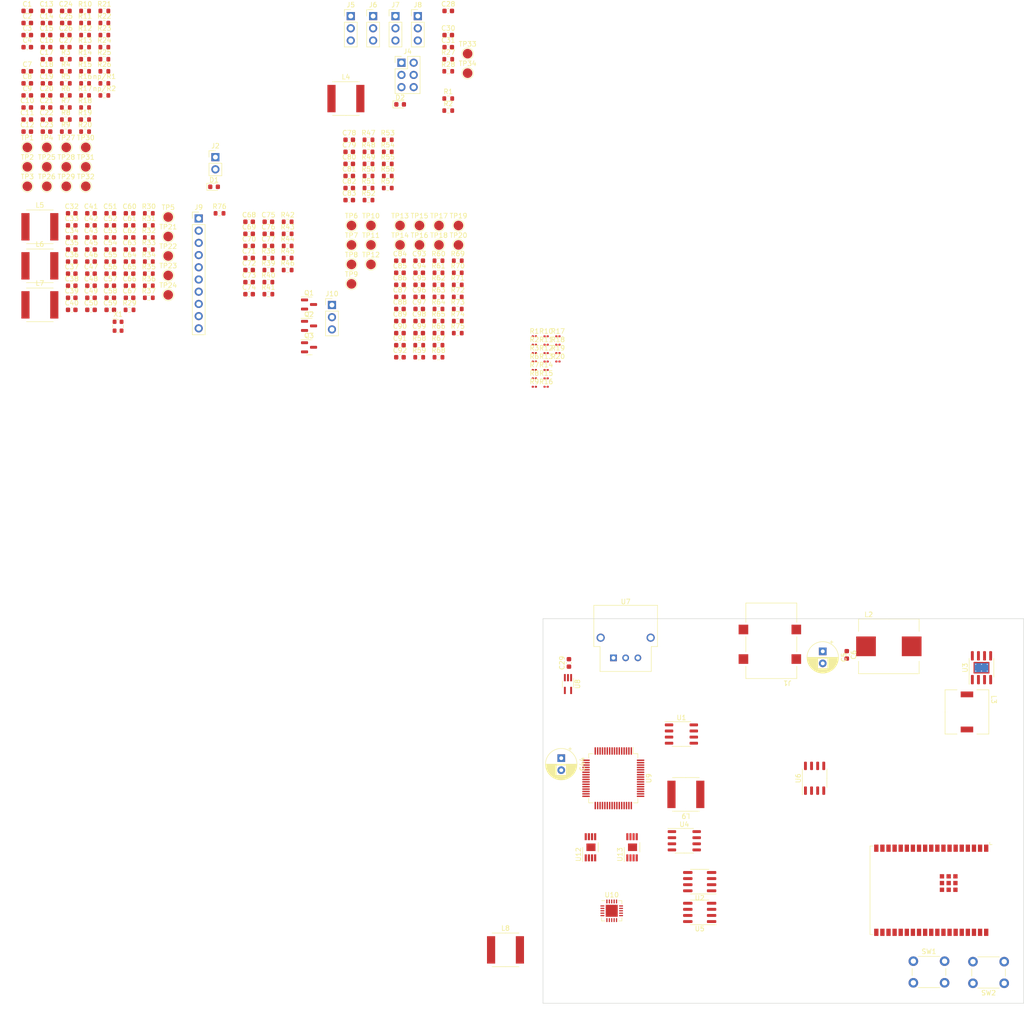
<source format=kicad_pcb>
(kicad_pcb (version 20221018) (generator pcbnew)
  (layers (0 "F.Cu" signal) (1 "In1.Cu" signal) (2 "In2.Cu" signal) (31 "B.Cu" signal) (34 "B.Paste" user) (35 "F.Paste" user) (36 "B.SilkS" user "B.Silkscreen") (37 "F.SilkS" user "F.Silkscreen") (38 "B.Mask" user) (39 "F.Mask" user) (44 "Edge.Cuts" user))
  (net 0 "")
  (net 1 "+5V5")
  (net 2 "Net-(U12-EN)")
  (net 3 "Net-(U2-EN)")
  (net 4 "+12VA")
  (net 5 "Net-(U9-ADJ{slash}sense)")
  (net 6 "+5V")
  (net 7 "Net-(U12-ADJ{slash}sense)")
  (net 8 "GND")
  (net 9 "+3V3")
  (net 10 "Net-(U2-ADJ{slash}sense)")
  (net 11 "Net-(U8-EN)")
  (net 12 "+12V")
  (net 13 "Net-(U9-EN)")
  (net 14 "Net-(U4-VIN)")
  (net 15 "Net-(U4-EN)")
  (net 16 "Net-(U4-RLIM)")
  (net 17 "Net-(U4-COMP)")
  (net 18 "Net-(C17-Pad1)")
  (net 19 "Net-(U4-FB)")
  (net 20 "+5VA")
  (net 21 "Net-(U8-ADJ{slash}sense)")
  (net 22 "Net-(U1-EN)")
  (net 23 "Net-(U2-V+)")
  (net 24 "VIN")
  (net 25 "OP_VCC-")
  (net 26 "Net-(U2-OSC)")
  (net 27 "Net-(U3-VIN)")
  (net 28 "Net-(U3-EN)")
  (net 29 "Net-(U2-CAP+)")
  (net 30 "Net-(U2-CAP-)")
  (net 33 "Net-(U5-OUT)")
  (net 34 "Net-(U5-FEEDBACK)")
  (net 35 "Net-(U3-SW)")
  (net 36 "Net-(U3-BOOT)")
  (net 37 "/Codec/SCL_1")
  (net 38 "/Codec/SDA_1")
  (net 39 "/Codec/CS_AD1")
  (net 40 "/Codec/CS_AD0")
  (net 41 "Net-(C20-Pad1)")
  (net 42 "Net-(U6-EN)")
  (net 43 "Net-(U7-VCC)")
  (net 44 "/Input/SPDIF_DATA_1")
  (net 45 "Net-(U7-OUT)")
  (net 46 "/Codec/~{RST}")
  (net 47 "/Codec/VQ")
  (net 48 "Net-(C34-Pad1)")
  (net 49 "/Codec/FILT+")
  (net 50 "Net-(C49-Pad1)")
  (net 51 "Net-(U9-VARX)")
  (net 52 "Net-(U9-RXP1{slash}GPO1)")
  (net 53 "Net-(U9-RXP2{slash}GPO2)")
  (net 54 "Net-(U9-RXP3{slash}GPO3)")
  (net 55 "Net-(U9-RXP4{slash}GPO4)")
  (net 56 "Net-(U9-RXP5{slash}GPO5)")
  (net 57 "Net-(U9-RXP6{slash}GPO6)")
  (net 58 "Net-(U9-RXP7{slash}GPO7)")
  (net 59 "Net-(C66-Pad1)")
  (net 60 "/Codec/LPFLT")
  (net 61 "Net-(U10-CPP)")
  (net 62 "Net-(U10-CPN)")
  (net 63 "Net-(C70-Pad1)")
  (net 64 "/Codec/AOUTA1+")
  (net 65 "/Codec/AOUTA1-")
  (net 66 "Net-(C72-Pad1)")
  (net 67 "Net-(U10-V-)")
  (net 68 "Net-(U10-V+)")
  (net 69 "Net-(U10-VREG)")
  (net 70 "/Microcontroller/ESP32_BOOT")
  (net 71 "/Microcontroller/ESP32_EN")
  (net 72 "Net-(C84-Pad1)")
  (net 73 "Net-(C84-Pad2)")
  (net 74 "Net-(C85-Pad1)")
  (net 75 "Net-(C85-Pad2)")
  (net 76 "Net-(C86-Pad1)")
  (net 77 "Net-(C86-Pad2)")
  (net 78 "Net-(C87-Pad1)")
  (net 79 "Net-(C87-Pad2)")
  (net 80 "Net-(C88-Pad1)")
  (net 81 "Net-(C88-Pad2)")
  (net 82 "Net-(C89-Pad1)")
  (net 83 "Net-(C89-Pad2)")
  (net 84 "/Amplifier/FILT_RIGHT_N")
  (net 85 "/Amplifier/FILT_RIGHT_P")
  (net 86 "/Amplifier/FILT_LEFT_N")
  (net 87 "/Amplifier/FILT_LEFT_P")
  (net 88 "Net-(D1-A)")
  (net 89 "/Microcontroller/LED_1")
  (net 90 "Net-(D2-A)")
  (net 91 "/Microcontroller/ESP32_TXD0")
  (net 92 "/Microcontroller/ESP32_RXD0")
  (net 93 "/Microcontroller/F_SEL_1")
  (net 94 "/Microcontroller/F_SEL_0")
  (net 95 "/Microcontroller/FILTER_SEL")
  (net 96 "/Microcontroller/POT_SEL")
  (net 98 "/Control/TOUCH_0")
  (net 99 "/Control/TOUCH_1")
  (net 100 "/Control/TOUCH_2")
  (net 101 "/Control/TOUCH_3")
  (net 102 "/Control/TOUCH_4")
  (net 104 "/Control/~{MUTE}")
  (net 105 "Net-(J10-Pin_1)")
  (net 106 "Net-(J10-Pin_2)")
  (net 108 "/Amplifier/MUTEC")
  (net 109 "Net-(Q1-D)")
  (net 110 "/Amplifier/SDA")
  (net 111 "Net-(Q2-D)")
  (net 112 "/Amplifier/SCL")
  (net 113 "Net-(Q3-D)")
  (net 114 "Net-(U1-ADJ)")
  (net 115 "Net-(U2-FC)")
  (net 116 "Net-(U2-LV)")
  (net 117 "Net-(U3-RLIM)")
  (net 118 "Net-(U3-COMP)")
  (net 119 "Net-(U4-ADJ)")
  (net 120 "Net-(U5-VTAP)")
  (net 121 "Net-(U5-SENSE)")
  (net 122 "Net-(U5-GND)")
  (net 123 "Net-(U3-FB)")
  (net 124 "Net-(U5-SHUTDOWN)")
  (net 125 "Net-(U5-~{ERROR})")
  (net 126 "Net-(U6-ADJ)")
  (net 127 "/Input/SPDIF_DATA")
  (net 128 "Net-(R28-Pad1)")
  (net 129 "Net-(X1-Tri-State)")
  (net 130 "Net-(X1-OUT)")
  (net 131 "/Codec/OSC_OMCK")
  (net 132 "/Codec/MUTEC_0")
  (net 133 "/Amplifier/AMP_EN")
  (net 134 "Net-(U10-HP_L)")
  (net 135 "Net-(U10-HP_R)")
  (net 136 "Net-(U11-IO12)")
  (net 137 "Net-(U11-IO18)")
  (net 138 "/Codec/CX_SDIN1")
  (net 139 "Net-(U11-IO5)")
  (net 140 "/Codec/CX_LRCK")
  (net 141 "Net-(U11-IO15)")
  (net 142 "/Codec/CX_SCLK")
  (net 143 "/Codec/AOUTB1-")
  (net 144 "/Codec/AOUTB1+")
  (net 145 "/DAC_Filter/OPA1_EN")
  (net 146 "/DAC_Filter/OPA2_EN")
  (net 147 "Net-(U9-RMCK)")
  (net 148 "/Codec/CODEC_INT")
  (net 175 "Net-(U10-CP_GND)")
  (net 176 "/Control/POT_VOLTAGE")
  (footprint "Resistor_SMD:R_0603_1608Metric" (layer "F.Cu") (at 82.27 -14.43)
    (fp_text reference "R73")
    (fp_text value "0R")
  )
  (footprint "Resistor_SMD:R_0603_1608Metric" (layer "F.Cu") (at 4.74 -71.41)
    (fp_text reference "R12")
    (fp_text value "0R")
  )
  (footprint "Resistor_SMD:R_0603_1608Metric" (layer "F.Cu") (at 8.75 -71.41)
    (fp_text reference "R23")
    (fp_text value "10k")
  )
  (footprint "Capacitor_SMD:C_0603_1608Metric" (layer "F.Cu") (at -7.29 -68.9)
    (fp_text reference "C4")
    (fp_text value "10u")
  )
  (footprint "Capacitor_SMD:C_0603_1608Metric" (layer "F.Cu") (at -7.29 -73.92)
    (fp_text reference "C2")
    (fp_text value "100n")
  )
  (footprint "Resistor_SMD:R_0201_0603Metric" (layer "F.Cu") (at 100.655 -7)
    (fp_text reference "R11")
    (fp_text value "10k")
  )
  (footprint "Connector_PinHeader_2.54mm:PinHeader_1x10_P2.54mm_Vertical" (layer "F.Cu") (at 28.38 -33.26)
    (fp_text reference "J9")
    (fp_text value "Conn_01x10")
  )
  (footprint "Capacitor_SMD:C_0603_1608Metric" (layer "F.Cu") (at 70.24 -4.39)
    (fp_text reference "C92")
    (fp_text value "100n")
  )
  (footprint "Resistor_SMD:R_0603_1608Metric" (layer "F.Cu") (at 78.26 -11.92)
    (fp_text reference "R65")
    (fp_text value "1k1")
  )
  (footprint "Capacitor_SMD:C_0603_1608Metric" (layer "F.Cu") (at 80.29 -76.43)
    (fp_text reference "C28")
    (fp_text value "1u")
  )
  (footprint "Capacitor_SMD:C_0603_1608Metric" (layer "F.Cu") (at 5.97 -24.29)
    (fp_text reference "C46")
    (fp_text value "100n")
  )
  (footprint "Resistor_SMD:R_0201_0603Metric" (layer "F.Cu") (at 103.105 -7)
    (fp_text reference "R18")
    (fp_text value "33k")
  )
  (footprint "Capacitor_SMD:C_0603_1608Metric" (layer "F.Cu") (at 5.97 -16.76)
    (fp_text reference "C49")
    (fp_text value "100n")
  )
  (footprint "Resistor_SMD:R_0603_1608Metric" (layer "F.Cu") (at 82.27 -24.47)
    (fp_text reference "R69")
    (fp_text value "1k1")
  )
  (footprint "TestPoint:TestPoint_Pad_D2.0mm" (layer "F.Cu") (at -3.22 -48.05)
    (fp_text reference "TP4")
    (fp_text value "TestPoint")
  )
  (footprint "Resistor_SMD:R_0603_1608Metric" (layer "F.Cu") (at 78.26 -6.9)
    (fp_text reference "R67")
    (fp_text value "1k1")
  )
  (footprint "Resistor_SMD:R_0603_1608Metric" (layer "F.Cu") (at 4.74 -51.33)
    (fp_text reference "R20")
    (fp_text value "15k")
  )
  (footprint "Package_TO_SOT_SMD:SOT-353_SC-70-5_Handsoldering" (layer "F.Cu") (at 105.2 63.6 -90)
    (fp_text reference "U8")
    (fp_text value "74AHCT1G126")
  )
  (footprint "LNIC_Inductor_SMD:L_Eaton_HCM1A0805" (layer "F.Cu") (at 188.2 69.4 -90)
    (fp_text reference "L3")
    (fp_text value "L_Eaton_HCM1A0805-470-R")
  )
  (footprint "Connector_PinHeader_2.54mm:PinHeader_2x03_P2.54mm_Vertical" (layer "F.Cu") (at 70.56 -65.66)
    (fp_text reference "J4")
    (fp_text value "Conn_02x03_Counter_Clockwise")
  )
  (footprint "Resistor_SMD:R_0603_1608Metric" (layer "F.Cu") (at 18 -29.31)
    (fp_text reference "R32")
    (fp_text value "0R")
  )
  (footprint "TestPoint:TestPoint_Pad_D2.0mm" (layer "F.Cu") (at 22.03 -33.56)
    (fp_text reference "TP5")
    (fp_text value "TestPoint")
  )
  (footprint "Resistor_SMD:R_0603_1608Metric" (layer "F.Cu") (at 0.73 -66.39)
    (fp_text reference "R3")
    (fp_text value "10k")
  )
  (footprint "Capacitor_SMD:C_0603_1608Metric" (layer "F.Cu") (at 70.24 -11.92)
    (fp_text reference "C89")
    (fp_text value "2700p")
  )
  (footprint "Resistor_SMD:R_0603_1608Metric" (layer "F.Cu") (at 18 -16.76)
    (fp_text reference "R37")
    (fp_text value "10k")
  )
  (footprint "Capacitor_SMD:C_0603_1608Metric" (layer "F.Cu") (at 1.96 -19.27)
    (fp_text reference "C38")
    (fp_text value "2u2")
  )
  (footprint "Resistor_SMD:R_0603_1608Metric" (layer "F.Cu") (at 4.74 -53.84)
    (fp_text reference "R19")
    (fp_text value "91k")
  )
  (footprint "TestPoint:TestPoint_Pad_D2.0mm" (layer "F.Cu") (at -7.27 -39.95)
    (fp_text reference "TP3")
    (fp_text value "TestPoint")
  )
  (footprint "Capacitor_SMD:C_0603_1608Metric" (layer "F.Cu") (at 13.99 -24.29)
    (fp_text reference "C64")
    (fp_text value "10u")
  )
  (footprint "Capacitor_SMD:C_0603_1608Metric" (layer "F.Cu") (at 9.98 -29.31)
    (fp_text reference "C53")
    (fp_text value "10u")
  )
  (footprint "Capacitor_SMD:C_0603_1608Metric" (layer "F.Cu") (at 74.25 -19.45)
    (fp_text reference "C95")
    (fp_text value "10u")
  )
  (footprint "Resistor_SMD:R_0603_1608Metric" (layer "F.Cu") (at 18 -26.8)
    (fp_text reference "R33")
    (fp_text value "0R")
  )
  (footprint "Capacitor_SMD:C_0603_1608Metric" (layer "F.Cu") (at -3.28 -51.33)
    (fp_text reference "C23")
    (fp_text value "10u")
  )
  (footprint "Resistor_SMD:R_0603_1608Metric" (layer "F.Cu") (at 82.27 -19.45)
    (fp_text reference "R71")
    (fp_text value "0R")
  )
  (footprint "Capacitor_SMD:C_0603_1608Metric" (layer "F.Cu") (at 9.98 -19.27)
    (fp_text reference "C57")
    (fp_text value "100n")
  )
  (footprint "Capacitor_SMD:C_0603_1608Metric" (layer "F.Cu") (at 13.99 -29.31)
    (fp_text reference "C62")
    (fp_text value "100n")
  )
  (footprint "Resistor_SMD:R_0603_1608Metric" (layer "F.Cu") (at 67.71 -47.12)
    (fp_text reference "R54")
    (fp_text value "np/100k")
  )
  (footprint "Resistor_SMD:R_0603_1608Metric" (layer "F.Cu") (at 67.71 -44.61)
    (fp_text reference "R55")
    (fp_text value "np/100k")
  )
  (footprint "Package_DFN_QFN:QFN-20-1EP_4x4mm_P0.5mm_EP2.5x2.5mm" (layer "F.Cu") (at 114.3 110.7675)
    (fp_text reference "U10")
    (fp_text value "TSDP11XX")
  )
  (footprint "Resistor_SMD:R_0603_1608Metric" (layer "F.Cu") (at 63.7 -44.61)
    (fp_text reference "R49")
    (fp_text value "0R")
  )
  (footprint "Capacitor_SMD:C_0603_1608Metric" (layer "F.Cu") (at -7.29 -76.43)
    (fp_text reference "C1")
    (fp_text value "10u")
  )
  (footprint "Capacitor_SMD:C_0603_1608Metric" (layer "F.Cu") (at 70.24 -9.41)
    (fp_text reference "C90")
    (fp_text value "100n")
  )
  (footprint "Resistor_SMD:R_0201_0603Metric" (layer "F.Cu") (at 98.205 -1.75)
    (fp_text reference "R7")
    (fp_text value "10k")
  )
  (footprint "LNIC_Package_SO:VSSOP-8_3.0x3.0mm_P0.65mm_EP1.57x1.89mm" (layer "F.Cu") (at 118.525 97.555 90)
    (fp_text reference "U13")
    (fp_text value "OPA1632DGN")
  )
  (footprint "LNIC_Inductor_SMD:L_Abracon_ASPI-6045T" (layer "F.Cu") (at -4.67 -23.405)
    (fp_text reference "L6")
    (fp_text value "ASPI-6045T-220M-T")
  )
  (footprint "Capacitor_SMD:C_0603_1608Metric" (layer "F.Cu") (at -7.29 -51.33)
    (fp_text reference "C12")
    (fp_text value "10u")
  )
  (footprint "TestPoint:TestPoint_Pad_D2.0mm" (layer "F.Cu") (at 64.21 -23.7)
    (fp_text reference "TP12")
    (fp_text value "TestPoint")
  )
  (footprint "Resistor_SMD:R_0603_1608Metric" (layer "F.Cu") (at 0.73 -61.37)
    (fp_text reference "R5")
    (fp_text value "10k")
  )
  (footprint "Capacitor_SMD:C_0603_1608Metric" (layer "F.Cu") (at -7.29 -58.86)
    (fp_text reference "C9")
    (fp_text value "100n")
  )
  (footprint "Resistor_SMD:R_0201_0603Metric" (layer "F.Cu") (at 100.655 -8.75)
    (fp_text reference "R10")
    (fp_text value "10k")
  )
  (footprint "Capacitor_SMD:C_0603_1608Metric" (layer "F.Cu") (at 59.69 -39.59)
    (fp_text reference "C82")
    (fp_text value "100n")
  )
  (footprint "Resistor_SMD:R_0603_1608Metric" (layer "F.Cu") (at 18 -24.29)
    (fp_text reference "R34")
    (fp_text value "0R")
  )
  (footprint "Capacitor_SMD:C_0603_1608Metric" (layer "F.Cu") (at 59.69 -42.1)
    (fp_text reference "C81")
    (fp_text value "100n")
  )
  (footprint "Resistor_SMD:R_0603_1608Metric" (layer "F.Cu") (at 0.73 -58.86)
    (fp_text reference "R6")
    (fp_text value "np/0R")
  )
  (footprint "Resistor_SMD:R_0603_1608Metric" (layer "F.Cu") (at 63.7 -47.12)
    (fp_text reference "R48")
    (fp_text value "330R")
  )
  (footprint "Capacitor_SMD:C_0603_1608Metric" (layer "F.Cu") (at 59.69 -47.12)
    (fp_text reference "C79")
    (fp_text value "10u")
  )
  (footprint "Capacitor_SMD:C_0603_1608Metric" (layer "F.Cu") (at 80.29 -68.9)
    (fp_text reference "C31")
    (fp_text value "100n")
  )
  (footprint "Resistor_SMD:R_0603_1608Metric" (layer "F.Cu") (at 82.27 -11.92)
    (fp_text reference "R74")
    (fp_text value "10k")
  )
  (footprint "Capacitor_SMD:C_0603_1608Metric" (layer "F.Cu") (at 70.24 -21.96)
    (fp_text reference "C85")
    (fp_text value "5100p")
  )
  (footprint "TestPoint:TestPoint_Pad_D2.0mm" (layer "F.Cu") (at 60.16 -23.7)
    (fp_text reference "TP8")
    (fp_text value "TestPoint")
  )
  (footprint "Package_SO:SOIC-8-1EP_3.9x4.9mm_P1.27mm_EP2.41x3.3mm_ThermalVias" (layer "F.Cu") (at 191.225 60.2 90)
    (fp_text reference "U3")
    (fp_text value "RT7272A")
  )
  (footprint "Resistor_SMD:R_0603_1608Metric" (layer "F.Cu") (at 4.74 -58.86)
    (fp_text reference "R17")
    (fp_text value "0R")
  )
  (footprint "Capacitor_SMD:C_0603_1608Metric" (layer "F.Cu") (at -7.29 -56.35)
    (fp_text reference "C10")
    (fp_text value "100n")
  )
  (footprint "Resistor_SMD:R_0603_1608Metric" (layer "F.Cu") (at 63.7 -39.59)
    (fp_text reference "R51")
    (fp_text value "0R")
  )
  (footprint "LNIC_Inductor_SMD:L_Abracon_ASPI-6045T" (layer "F.Cu") (at 129.725 86.555 180)
    (fp_text reference "L9")
    (fp_text value "ASPI-6045T-220M-T")
  )
  (footprint "Capacitor_SMD:C_0603_1608Metric" (layer "F.Cu") (at 9.98 -26.8)
    (fp_text reference "C54")
    (fp_text value "10u")
  )
  (footprint "Resistor_SMD:R_0201_0603Metric" (layer "F.Cu") (at 98.205 -7)
    (fp_text reference "R2")
    (fp_text value "10k")
  )
  (footprint "Resistor_SMD:R_0603_1608Metric" (layer "F.Cu") (at 46.88 -22.53)
    (fp_text reference "R46")
    (fp_text value "0R")
  )
  (footprint "TestPoint:TestPoint_Pad_D2.0mm" (layer "F.Cu") (at 60.16 -27.75)
    (fp_text reference "TP7")
    (fp_text value "TestPoint")
  )
  (footprint "Capacitor_SMD:C_0603_1608Metric" (layer "F.Cu") (at -3.28 -56.35)
    (fp_text reference "C21")
    (fp_text value "10u")
  )
  (footprint "TestPoint:TestPoint_Pad_D2.0mm" (layer "F.Cu") (at 22.03 -17.36)
    (fp_text reference "TP24")
    (fp_text value "TestPoint")
  )
  (footprint "Capacitor_SMD:C_0603_1608Metric" (layer "F.Cu") (at 38.86 -32.57)
    (fp_text reference "C68")
    (fp_text value "10u")
  )
  (footprint "Capacitor_SMD:C_0603_1608Metric" (layer "F.Cu") (at 1.96 -31.82)
    (fp_text reference "C33")
    (fp_text value "2u2")
  )
  (footprint "Resistor_SMD:R_0603_1608Metric" (layer "F.Cu") (at 0.73 -53.84)
    (fp_text reference "R8")
    (fp_text value "np/0R")
  )
  (footprint "TestPoint:TestPoint_Pad_D2.0mm" (layer "F.Cu") (at 60.16 -19.65)
    (fp_text reference "TP9")
    (fp_text value "TestPoint")
  )
  (footprint "TestPoint:TestPoint_Pad_D2.0mm" (layer "F.Cu") (at 70.26 -27.75)
    (fp_text reference "TP14")
    (fp_text value "TestPoint")
  )
  (footprint "Resistor_SMD:R_0603_1608Metric" (layer "F.Cu") (at 8.75 -76.43)
    (fp_text reference "R21")
    (fp_text value "10k")
  )
  (footprint "LED_SMD:LED_0603_1608Metric" (layer "F.Cu") (at 70.28 -56.99)
    (fp_text reference "D2")
    (fp_text value "LED_Small")
  )
  (footprint "TestPoint:TestPoint_Pad_D2.0mm" (layer "F.Cu") (at 78.36 -27.75)
    (fp_text reference "TP18")
    (fp_text value "TestPoint")
  )
  (footprint "Resistor_SMD:R_0603_1608Metric" (layer "F.Cu") (at 13.99 -14.25)
    (fp_text reference "R29")
    (fp_text value "R_Small")
  )
  (footprint "Package_SO:SO-8_3.9x4.9mm_P1.27mm" (layer "F.Cu") (at 129.4 96.2)
    (fp_text reference "U4")
    (fp_text value "LDL212DR")
  )
  (footprint "TestPoint:TestPoint_Pad_D2.0mm" (layer "F.Cu") (at 64.21 -31.8)
    (fp_text reference "TP10")
    (fp_text value "TestPoint")
  )
  (footprint "Capacitor_SMD:C_0603_1608Metric" (layer "F.Cu") (at 38.86 -17.51)
    (fp_text reference "C74")
    (fp_text value "4u7")
  )
  (footprint "Capacitor_SMD:C_0603_1608Metric" (layer "F.Cu") (at -3.28 -71.41)
    (fp_text reference "C15")
    (fp_text value "100n")
  )
  (footprint "Capacitor_THT:CP_Radial_D6.3mm_P2.50mm" (layer "F.Cu") (at 158.2 56.8 -90)
    (fp_text reference "C5")
    (fp_text value "220u")
  )
  (footprint "Capacitor_SMD:C_0603_1608Metric" (layer "F.Cu") (at -3.28 -58.86)
    (fp_text reference "C20")
    (fp_text value "100n")
  )
  (footprint "Resistor_SMD:R_0603_1608Metric" (layer "F.Cu") (at 78.26 -16.94)
    (fp_text reference "R63")
    (fp_text value "1k1")
  )
  (footprint "Resistor_SMD:R_0603_1608Metric" (layer "F.Cu") (at 4.74 -66.39)
    (fp_text reference "R14")
    (fp_text value "33k")
  )
  (footprint "Capacitor_SMD:C_0603_1608Metric" (layer "F.Cu") (at -7.29 -71.41)
    (fp_text reference "C3")
    (fp_text value "10u")
  )
  (footprint "Resistor_SMD:R_0603_1608Metric" (layer "F.Cu") (at 18 -19.27)
    (fp_text reference "R36")
    (fp_text value "0R")
  )
  (footprint "TestPoint:TestPoint_Pad_D2.0mm" (layer "F.Cu") (at 4.88 -44)
    (fp_text reference "TP31")
    (fp_text value "TestPoint")
  )
  (footprint "Capacitor_SMD:C_0603_1608Metric" (layer "F.Cu") (at 9.98 -34.33)
    (fp_text reference "C51")
    (fp_text value "10u")
  )
  (footprint "Resistor_SMD:R_0603_1608Metric" (layer "F.Cu") (at 42.87 -22.53)
    (fp_text reference "R39")
    (fp_text value "np/0R")
  )
  (footprint "TestPoint:TestPoint_Pad_D2.0mm" (layer "F.Cu") (at -3.22 -44)
    (fp_text reference "TP25")
    (fp_text value "TestPoint")
  )
  (footprint "Capacitor_SMD:C_0603_1608Metric" (layer "F.Cu") (at 38.86 -25.04)
    (fp_text reference "C71")
    (fp_text value "100n")
  )
  (footprint "Resistor_SMD:R_0603_1608Metric" (layer "F.Cu") (at 8.75 -73.92)
    (fp_text reference "R22")
    (fp_text value "10k")
  )
  (footprint "Resistor_SMD:R_0201_0603Metric" (layer "F.Cu") (at 98.205 0)
    (fp_text reference "R8")
    (fp_text value "18k")
  )
  (footprint "Package_TO_SOT_SMD:SOT-23" (layer "F.Cu") (at 51.33 -6.46)
    (fp_text reference "Q3")
    (fp_text value "BSN20")
  )
  (footprint "Resistor_SMD:R_0603_1608Metric" (layer "F.Cu") (at 78.26 -19.45)
    (fp_text reference "R62")
    (fp_text value "1k1")
  )
  (footprint "Resistor_SMD:R_0201_0603Metric" (layer "F.Cu") (at 98.205 -8.75)
    (fp_text reference "R1")
    (fp_text value "10k")
  )
  (footprint "Resistor_SMD:R_0201_0603Metric" (layer "F.Cu") (at 100.655 1.75)
    (fp_text reference "R16")
    (fp_text value "15k")
  )
  (footprint "Capacitor_SMD:C_0603_1608Metric" (layer "F.Cu") (at -7.29 -53.84)
    (fp_text reference "C11")
    (fp_text value "10u")
  )
  (footprint "Resistor_SMD:R_0603_1608Metric" (layer "F.Cu") (at 78.26 -4.39)
    (fp_text reference "R68")
    (fp_text value "1k1")
  )
  (footprint "Capacitor_SMD:C_0603_1608Metric" (layer "F.Cu") (at 59.69 -44.61)
    (fp_text reference "C80")
    (fp_text value "10u")
  )
  (footprint "Capacitor_SMD:C_0603_1608Metric" (layer "F.Cu") (at -7.29 -61.37)
    (fp_text reference "C8")
    (fp_text value "10u")
  )
  (footprint "Capacitor_SMD:C_0603_1608Metric" (layer "F.Cu") (at 74.25 -24.47)
    (fp_text reference "C93")
    (fp_text value "np/2n7")
  )
  (footprint "TestPoint:TestPoint_Pad_D2.0mm" (layer "F.Cu") (at 82.41 -31.8)
    (fp_text reference "TP19")
    (fp_text value "TestPoint")
  )
  (footprint "TestPoint:TestPoint_Pad_D2.0mm" (layer "F.Cu") (at 82.41 -27.75)
    (fp_text reference "TP20")
    (fp_text value "TestPoint")
  )
  (footprint "TestPoint:TestPoint_Pad_D2.0mm" (layer "F.Cu") (at 22.03 -29.51)
    (fp_text reference "TP21")
    (fp_text value "TestPoint")
  )
  (footprint "Capacitor_SMD:C_0603_1608Metric" (layer "F.Cu") (at 70.24 -24.47)
    (fp_text reference "C84")
    (fp_text value "5100p")
  )
  (footprint "Capacitor_SMD:C_0603_1608Metric" (layer "F.Cu") (at 38.86 -27.55)
    (fp_text reference "C70")
    (fp_text value "10u")
  )
  (footprint "Resistor_SMD:R_0603_1608Metric" (layer "F.Cu") (at 8.75 -66.39)
    (fp_text reference "R25")
    (fp_text value "18k")
  )
  (footprint "Capacitor_SMD:C_0603_1608Metric" (layer "F.Cu") (at 13.99 -34.33)
    (fp_text reference "C60")
    (fp_text value "100n")
  )
  (footprint "Resistor_SMD:R_0603_1608Metric" (layer "F.Cu") (at 0.73 -63.88)
    (fp_text reference "R4")
    (fp_text value "33k")
  )
  (footprint "Capacitor_SMD:C_0603_1608Metric" (layer "F.Cu") (at 9.98 -16.76)
    (fp_text reference "C58")
    (fp_text value "100n")
  )
  (footprint "Capacitor_SMD:C_0603_1608Metric" (layer "F.Cu") (at 59.69 -37.08)
    (fp_text reference "C83")
    (fp_text value "100n")
  )
  (footprint "Capacitor_SMD:C_0603_1608Metric" (layer "F.Cu") (at 42.87 -27.55)
    (fp_text reference "C77")
    (fp_text value "10u")
  )
  (footprint "Connector_PinHeader_2.54mm:PinHeader_1x03_P2.54mm_Vertical" (layer "F.Cu") (at 60.01 -75.36)
    (fp_text reference "J5")
    (fp_text value "Conn_01x03")
  )
  (footprint "Capacitor_SMD:C_0603_1608Metric" (layer "F.Cu") (at 9.98 -24.29)
    (fp_text reference "C55")
    (fp_text value "10u")
  )
  (footprint "TestPoint:TestPoint_Pad_D2.0mm" (layer "F.Cu") (at 74.31 -31.8)
    (fp_text reference "TP15")
    (fp_text value "TestPoint")
  )
  (footprint "Package_TO_SOT_SMD:SOT-23" (layer "F.Cu") (at 51.33 -10.91)
    (fp_text reference "Q2")
    (fp_text value "BSN20")
  )
  (footprint "Capacitor_SMD:C_0603_1608Metric" (layer "F.Cu") (at 1.96 -14.25)
    (fp_text reference "C40")
    (fp_text value "2u2")
  )
  (footprint "Capacitor_SMD:C_0603_1608Metric" (layer "F.Cu") (at 59.69 -49.63)
    (fp_text reference "C78")
    (fp_text value "100n")
  )
  (footprint "Resistor_SMD:R_0603_1608Metric" (layer "F.Cu") (at 78.26 -24.47)
    (fp_text reference "R60")
    (fp_text value "1k")
  )
  (footprint "Capacitor_SMD:C_0603_1608Metric" (layer "F.Cu") (at 9.98 -31.82)
    (fp_text reference "C52")
    (fp_text value "10u")
  )
  (footprint "LNIC_Inductor_SMD:L_Abracon_ASPI-6045T" (layer "F.Cu") (at 59 -58.2)
    (fp_text reference "L4")
    (fp_text value "ASPI-6045T-220M-T")
  )
  (footprint "TestPoint:TestPoint_Pad_D2.0mm" (layer "F.Cu") (at 70.26 -31.8)
    (fp_text reference "TP13")
    (fp_text value "TestPoint")
  )
  (footprint "Capacitor_SMD:C_0603_1608Metric" (layer "F.Cu") (at -3.28 -68.9)
    (fp_text reference "C16")
    (fp_text value "10u")
  )
  (footprint "Capacitor_SMD:C_0603_1608Metric" (layer "F.Cu") (at 0.73 -73.92)
    (fp_text reference "C25")
    (fp_text value "2u2")
  )
  (footprint "LNIC_Inductor_SMD:L_Abracon_ASPI-6045T" (layer "F.Cu") (at 92.2 118.9)
    (fp_text reference "L8")
    (fp_text value "ASPI-6045T-220M-T")
  )
  (footprint "Resistor_SMD:R_0603_1608Metric" (layer "F.Cu") (at 4.74 -68.9)
    (fp_text reference "R13")
    (fp_text value "680R")
  )
  (footprint "Capacitor_SMD:C_0603_1608Metric" (layer "F.Cu") (at 38.86 -20.02)
    (fp_text reference "C73")
    (fp_text value "10u")
  )
  (footprint "Capacitor_SMD:C_0603_1608Metric" (layer "F.Cu") (at 74.25 -14.43)
    (fp_text reference "C97")
    (fp_text value "100n")
  )
  (footprint "TestPoint:TestPoint_Pad_D2.0mm" (layer "F.Cu") (at -3.22 -39.95)
    (fp_text reference "TP26")
    (fp_text value "TestPoint")
  )
  (footprint "LNIC_Package_SO:VSSOP-8_3.0x3.0mm_P0.65mm_EP1.57x1.89mm" (layer "F.Cu") (at 109.875 97.555 90)
    (fp_text reference "U12")
    (fp_text value "OPA1632DGN")
  )
  (footprint "Resistor_SMD:R_0603_1608Metric" (layer "F.Cu") (at 74.25 -6.9)
    (fp_text reference "R58")
    (fp_text value "1k")
  )
  (footprint "TestPoint:TestPoint_Pad_D2.0mm" (layer "F.Cu") (at -7.27 -44)
    (fp_text reference "TP2")
    (fp_text value "TestPoint")
  )
  (footprint "Resistor_SMD:R_0603_1608Metric" (layer "F.Cu") (at 46.88 -32.57)
    (fp_text reference "R42")
    (fp_text value "0R")
  )
  (footprint "Capacitor_SMD:C_0603_1608Metric" (layer "F.Cu") (at 74.25 -16.94)
    (fp_text reference "C96")
    (fp_text value "100n")
  )
  (footprint "Package_QFP:LQFP-64_10x10mm_P0.5mm" (layer "F.Cu") (at 114.625 83.2 -90)
    (fp_text reference "U9")
    (fp_text value "CS42528")
  )
  (footprint "Capacitor_SMD:C_0603_1608Metric" (layer "F.Cu") (at 70.24 -19.45)
    (fp_text reference "C86")
    (fp_text value "2700p")
  )
  (footprint "Resistor_SMD:R_0201_0603Metric" (layer "F.Cu") (at 100.655 -5.25)
    (fp_text reference "R12")
    (fp_text value "10k")
  )
  (footprint "TestPoint:TestPoint_Pad_D2.0mm" (layer "F.Cu") (at 64.21 -27.75)
    (fp_text reference "TP11")
    (fp_text value "TestPoint")
  )
  (footprint "Resistor_SMD:R_0603_1608Metric" (layer "F.Cu") (at 8.75 -58.86)
    (fp_text reference "np/R2")
    (fp_text value "56k")
  )
  (footprint "Connector_PinHeader_2.54mm:PinHeader_1x02_P2.54mm_Vertical" (layer "F.Cu") (at 31.85 -46.02)
    (fp_text reference "J2")
    (fp_text value "Conn_01x02")
  )
  (footprint "Resistor_SMD:R_0603_1608Metric" (layer "F.Cu") (at 42.87 -25.04)
    (fp_text reference "R38")
    (fp_text value "10k")
  )
  (footprint "Capacitor_SMD:C_0603_1608Metric" (layer "F.Cu") (at 1.96 -34.33)
    (fp_text reference "C32")
    (fp_text value "100n")
  )
  (footprint "Capacitor_SMD:C_0603_1608Metric" (layer "F.Cu") (at 1.96 -29.31)
    (fp_text reference "C34")
    (fp_text value "2u2")
  )
  (footprint "Capacitor_SMD:C_0603_1608Metric" (layer "F.Cu") (at 9.98 -14.25)
    (fp_text reference "C59")
    (fp_text value "100n")
  )
  (footprint "Resistor_SMD:R_0603_1608Metric" (layer "F.Cu") (at 4.74 -76.43)
    (fp_text reference "R10")
    (fp_text value "10k")
  )
  (footprint "Resistor_SMD:R_0603_1608Metric" (layer "F.Cu") (at 42.87 -20.02)
    (fp_text reference "R40")
    (fp_text value "np/0R")
  )
  (footprint "Capacitor_SMD:C_0603_1608Metric" (layer "F.Cu") (at 80.29 -71.41)
    (fp_text reference "C30")
    (fp_text value "1u")
  )
  (footprint "Capacitor_SMD:C_0603_1608Metric" (layer "F.Cu") (at 38.86 -30.06)
    (fp_text reference "C69")
    (fp_text value "4u7")
  )
  (footprint "Resistor_SMD:R_0603_1608Metric" (layer "F.Cu") (at 80.29 -58.21)
    (fp_text reference "R1")
    (fp_text value "4k7")
  )
  (footprint "Capacitor_SMD:C_0603_1608Metric" (layer "F.Cu") (at -3.28 -73.92)
    (fp_text reference "C14")
    (fp_text value "10u")
  )
  (footprint "Button_Switch_THT:SW_PUSH_6mm" (layer "F.Cu") (at 177.05 121.25)
    (fp_text reference "SW1")
    (fp_text value "SW_SPST")
  )
  (footprint "Capacitor_SMD:C_0603_1608Metric" (layer "F.Cu") (at 42.87 -30.06)
    (fp_text reference "C76")
    (fp_text value "4u7")
  )
  (footprint "Resistor_SMD:R_0201_0603Metric" (layer "F.Cu") (at 103.105 -3.5)
    (fp_text reference "R20")
    (fp_text value "12k")
  )
  (footprint "Capacitor_SMD:C_0603_1608Metric" (layer "F.Cu") (at 74.25 -9.41)
    (fp_text reference "C99")
    (fp_text value "10u")
  )
  (footprint "Capacitor_SMD:C_0603_1608Metric" (layer "F.Cu") (at 74.25 -21.96)
    (fp_text reference "C94")
    (fp_text value "10u")
  )
  (footprint "Capacitor_SMD:C_0603_1608Metric" (layer "F.Cu") (at 1.96 -21.78)
    (fp_text reference "C37")
    (fp_text value "100n")
  )
  (footprint "Capacitor_SMD:C_0603_1608Metric" (layer "F.Cu") (at 105.4 59.2 90)
    (fp_text reference "C29")
    (fp_text value "100n")
  )
  (footprint "Capacitor_SMD:C_0603_1608Metric" (layer "F.Cu") (at 70.24 -14.43)
    (fp_text reference "C88")
    (fp_text value "2700p")
  )
  (footprint "Resistor_SMD:R_0603_1608Metric" (layer "F.Cu") (at 67.71 -42.1)
    (fp_text reference "R56")
    (fp_text value "10k")
  )
  (footprint "Capacitor_SMD:C_0603_1608Metric" (layer "F.Cu") (at 42.87 -32.57)
    (fp_text reference "C75")
    (fp_text value "10u")
  )
  (footprint "Capacitor_SMD:C_0603_1608Metric" (layer "F.Cu") (at 70.24 -6.9)
    (fp_text reference "C91")
    (fp_text value "np/2n7")
  )
  (footprint "Resistor_SMD:R_0603_1608Metric" (layer "F.Cu") (at 63.7 -42.1)
    (fp_text reference "R50")
    (fp_text value "0R")
  )
  (footprint "LNIC_MCU:ESP32_WROVER_no_thermal_via" (layer "F.Cu") (at 183.94 106.5 -90)
    (fp_text reference "U11" hide)
    (fp_text value "ESP32-WROVER" hide)
  )
  (footprint "TestPoint:TestPoint_Pad_D2.0mm" (layer "F.Cu") (at 0.83 -44)
    (fp_text reference "TP28")
    (fp_text value "TestPoint")
  )
  (footprint "TestPoint:TestPoint_Pad_D2.0mm" (layer "F.Cu") (at 22.03 -25.46)
    (fp_text reference "TP22")
    (fp_text value "TestPoint")
  )
  (footprint "Resistor_SMD:R_0603_1608Metric" (layer "F.Cu") (at 46.88 -27.55)
    (fp_text reference "R44")
    (fp_text value "10k")
  )
  (footprint "Resistor_SMD:R_0603_1608Metric" (layer "F.Cu") (at 46.88 -25.04)
    (fp_text reference "R45")
    (fp_text value "0R")
  )
  (footprint "Package_TO_SOT_SMD:SOT-23" (layer "F.Cu") (at 51.33 -15.36)
    (fp_text reference "Q1")
    (fp_text value "BSN20")
  )
  (footprint "Resistor_SMD:R_0603_1608Metric" (layer "F.Cu") (at 18 -21.78)
    (fp_text reference "R35")
    (fp_text value "1k37")
  )
  (footprint "Resistor_SMD:R_0201_0603Metric" (layer "F.Cu") (at 100.655 -1.75)
    (fp_text reference "R14")
    (fp_text value "680R")
  )
  (footprint "Capacitor_SMD:C_0603_1608Metric" (layer "F.Cu") (at 163.2 57.525 -90)
    (fp_text reference "C6")
    (fp_text value "10u")
  )
  (footprint "Capacitor_THT:CP_Radial_D6.3mm_P2.50mm" (layer "F.Cu") (at 103.8 79.017621 -90)
    (fp_text reference "C44")
    (fp_text value "100u")
  )
  (footprint "Package_SO:SOIC-8_3.9x4.9mm_P1.27mm" (layer "F.Cu") (at 132.6 111.105 180)
    (fp_text reference "U5")
    (fp_text value "LP2951-5.0_SOIC")
  )
  (footprint "Resistor_SMD:R_0603_1608Metric" (layer "F.Cu") (at 18 -31.82)
    (fp_text reference "R31")
    (fp_text value "0R")
  )
  (footprint "Resistor_SMD:R_0603_1608Metric" (layer "F.Cu") (at 8.75 -68.9)
    (fp_text reference "R24")
    (fp_text value "330R")
  )
  (footprint "TestPoint:TestPoint_Pad_D2.0mm" (layer "F.Cu") (at 84.32 -67.54)
    (fp_text reference "TP33")
    (fp_text value "TestPoint")
  )
  (footprint "Capacitor_SMD:C_0603_1608Metric" (layer "F.Cu") (at 0.73 -68.9)
    (fp_text reference "C27")
    (fp_text value "10u")
  )
  (footprint "Connector_PinHeader_2.54mm:PinHeader_1x03_P2.54mm_Vertical" (layer "F.Cu") (at 69.31 -75.36)
    (fp_text reference "J7")
    (fp_text value "Conn_01x03")
  )
  (footprint "Button_Switch_THT:SW_PUSH_6mm" (layer "F.Cu") (at 195.95 125.85 180)
    (fp_text reference "SW2")
    (fp_text value "SW_SPST")
  )
  (footprint "Resistor_SMD:R_0603_1608Metric" (layer "F.Cu") (at 82.27 -9.41)
    (fp_text reference "R75")
    (fp_text value "10k")
  )
  (footprint "Capacitor_SMD:C_0603_1608Metric" (layer "F.Cu") (at 13.99 -19.27)
    (fp_text reference "C66")
    (fp_text value "22n")
  )
  (footprint "Capacitor_SMD:C_0603_1608Metric" (layer "F.Cu") (at -3.28 -61.37)
    (fp_text reference "C19")
    (fp_text value "100n")
  )
  (footprint "Resistor_SMD:R_0201_0603Metric" (layer "F.Cu") (at 98.205 -3.5)
    (fp_text reference "R6")
    (fp_text value "33k")
  )
  (footprint "Capacitor_SMD:C_0603_1608Metric" (layer "F.Cu") (at 5.97 -21.78)
    (fp_text reference "C47")
    (fp_text value "10u")
  )
  (footprint "LNIC_Inductor_SMD:L_Abracon_ASPI-6045T" (layer "F.Cu") (at -4.67 -15.285)
    (fp_text reference "L7")
    (fp_text value "ASPI-6045T-220M-T")
  )
  (footprint "TestPoint:TestPoint_Pad_D2.0mm" (layer "F.Cu") (at 60.16 -31.8)
    (fp_text reference "TP6")
    (fp_text value "TestPoint")
  )
  (footprint "TestPoint:TestPoint_Pad_D2.0mm" (layer "F.Cu") (at 84.32 -63.49)
    (fp_text reference "TP34")
    (fp_text value "TestPoint")
  )
  (footprint "Capacitor_SMD:C_0603_1608Metric" (layer "F.Cu") (at 13.99 -26.8)
    (fp_text reference "C63")
    (fp_text value "100n")
  )
  (footprint "Resistor_SMD:R_0603_1608Metric" (layer "F.Cu") (at 42.87 -17.51)
    (fp_text reference "R41")
    (fp_text value "10k")
  )
  (footprint "Resistor_SMD:R_0201_0603Metric" (layer "F.Cu") (at 98.205 -5.25)
    (fp_text reference "R3")
    (fp_text value "91k")
  )
  (footprint "TestPoint:TestPoint_Pad_D2.0mm" (layer "F.Cu") (at 74.31 -27.75)
    (fp_text reference "TP16")
    (fp_text value "TestPoint")
  )
  (footprint "Capacitor_SMD:C_0603_1608Metric" (layer "F.Cu") (at -3.28 -53.84)
    (fp_text reference "C22")
    (fp_text value "10u")
  )
  (footprint "LNIC_Inductor_SMD:L_Sumida_104CDMCCDS" (layer "F.Cu") (at 171.95 55.75)
    (fp_text reference "L2")
    (fp_text value "104CDMCCDS-330MC")
  )
  (footprint "Resistor_SMD:R_0603_1608Metric" (layer "F.Cu") (at 4.74 -73.92)
    (fp_text reference "R11")
    (fp_text value "91k")
  )
  (footprint "TestPoint:TestPoint_Pad_D2.0mm" (layer "F.Cu") (at 4.88 -39.95)
    (fp_text reference "TP32")
    (fp_text value "TestPoint")
  )
  (footprint "Capacitor_SMD:C_0603_1608Metric" (layer "F.Cu") (at -7.29 -63.88)
    (fp_text reference "C7")
    (fp_text value "np/100n")
  )
  (footprint "Capacitor_SMD:C_0603_1608Metric" (layer "F.Cu") (at 5.97 -29.31)
    (fp_text reference "C43")
    (fp_text value "10u")
  )
  (footprint "Capacitor_SMD:C_0603_1608Metric" (layer "F.Cu") (at 74.25 -11.92)
    (fp_text reference "C98")
    (fp_text value "10u")
  )
  (footprint "Capacitor_SMD:C_0603_1608Metric" (layer "F.Cu") (at -3.28 -63.88)
    (fp_text reference "C18")
    (fp_text value "22n")
  )
  (footprint "Package_SO:SOIC-8_3.9x4.9mm_P1.27mm" (layer "F.Cu") (at 132.6 104.705 180)
    (fp_text reference "U2")
    (fp_text value "MAX660MX")
  )
  (footprint "Capacitor_SMD:C_0603_1608Metric" (layer "F.Cu") (at 1.96 -26.8)
    (fp_text reference "C35")
    (fp_text value "10u")
  )
  (footprint "Oscillator:Oscillator_SMD_ECS_2520MV-xxx-xx-4Pin_2.5x2.0mm" (layer "F.Cu") (at 11.6 -10.84)
    (fp_text reference "X1")
    (fp_text value "ECS-2520MV-xxx-xx")
  )
  (footprint "Capacitor_SMD:C_0603_1608Metric" (layer "F.Cu") (at 0.73 -76.43)
    (fp_text reference "C24")
    (fp_text value "10u")
  )
  (footprint "Capacitor_SMD:C_0603_1608Metric" (layer "F.Cu") (at 5.97 -26.8)
    (fp_text reference "C45")
    (fp_text value "100n")
  )
  (footprint "Capacitor_SMD:C_0603_1608Metric" (layer "F.Cu") (at 5.97 -14.25)
    (fp_text reference "C50")
    (fp_text value "10u")
  )
  (footprint "Resistor_SMD:R_0603_1608Metric" (layer "F.Cu") (at 18 -34.33)
    (fp_text reference "R30")
    (fp_text value "0R")
  )
  (footprint "Resistor_SMD:R_0603_1608Metric" (layer "F.Cu") (at 0.73 -56.35)
    (fp_text reference "R7")
    (fp_text value "0R")
  )
  (footprint "Capacitor_SMD:C_0603_1608Metric" (layer "F.Cu") (at 5.97 -34.33)
    (fp_text reference "C41")
    (fp_text value "100n")
  )
  (footprint "Capacitor_SMD:C_0603_1608Metric" (layer "F.Cu") (at 13.99 -31.82)
    (fp_text reference "C61")
    (fp_text value "100n")
  )
  (footprint "Capacitor_SMD:C_0603_1608Metric" (layer "F.Cu") (at 38.86 -22.53)
    (fp_text reference "C72")
    (fp_text value "100n")
  )
  (footprint "Resistor_SMD:R_0201_0603Metric" (layer "F.Cu") (at 100.655 0)
    (fp_text reference "R15")
    (fp_text value "91k")
  )
  (footprint "Resistor_SMD:R_0603_1608Metric" (layer "F.Cu") (at 67.71 -39.59)
    (fp_text reference "R57")
    (fp_text value "10k")
  )
  (footprint "Resistor_SMD:R_0603_1608Metric" (layer "F.Cu") (at 0.73 -51.33)
    (fp_text reference "R9")
    (fp_text value "10k")
  )
  (footprint "Resistor_SMD:R_0603_1608Metric" (layer "F.Cu") (at 46.88 -30.06)
    (fp_text reference "R43")
    (fp_text value "10k")
  )
  (footprint "LNIC_Inductor_SMD:L_Abracon_ASPI-6045T" (layer "F.Cu") (at -4.67 -31.525)
    (fp_text reference "L5")
    (fp_text value "ASPI-6045T-220M-T")
  )
  (footprint "TestPoint:TestPoint_Pad_D2.0mm" (layer "F.Cu") (at 4.88 -48.05)
    (fp_text reference "TP30")
    (fp_text value "TestPoint")
  )
  (footprint "Capacitor_SMD:C_0603_1608Metric" (layer "F.Cu") (at 5.97 -19.27)
    (fp_text reference "C48")
    (fp_text value "100n")
  )
  (footprint "TestPoint:TestPoint_Pad_D2.0mm" (layer "F.Cu") (at 0.83 -39.95)
    (fp_text reference "TP29")
    (fp_text value "TestPoint")
  )
  (footprint "Capacitor_SMD:C_0603_1608Metric" (layer "F.Cu") (at 70.24 -16.94)
    (fp_text reference "C87")
    (fp_text value "2700p")
  )
  (footprint "Resistor_SMD:R_0201_0603Metric" (layer "F.Cu") (at 103.105 -8.75)
    (fp_text reference "R17")
    (fp_text value "0R")
  )
  (footprint "Resistor_SMD:R_0603_1608Metric" (layer "F.Cu") (at 80.29 -55.7)
    (fp_text reference "R2")
    (fp_text value "4k7")
  )
  (footprint "Resistor_SMD:R_0603_1608Metric" (layer "F.Cu") (at 82.27 -16.94)
    (fp_text reference "R72")
    (fp_text value "0R")
  )
  (footprint "Connector_PinHeader_2.54mm:PinHeader_1x03_P2.54mm_Vertical" (layer "F.Cu") (at 56.1 -15.26)
    (fp_text reference "J10")
    (fp_text value "Conn_01x03")
  )
  (footprint "Resistor_SMD:R_0603_1608Metric" (layer "F.Cu") (at 78.26 -14.43)
    (fp_text reference "R64")
    (fp_text value "1k1")
  )
  (footprint "Resistor_SMD:R_0603_1608Metric" (layer "F.Cu") (at 78.26 -9.41)
    (fp_text reference "R66")
    (fp_text value "1k1")
  )
  (footprint "LED_SMD:LED_0603_1608Metric" (layer "F.Cu") (at 31.57 -39.85)
    (fp_text reference "D1")
    (fp_text value "LED_Small")
  )
  (footprint "Capacitor_SMD:C_0603_1608Metric" (layer "F.Cu") (at 13.99 -21.78)
    (fp_text reference "C65")
    (fp_text value "10u")
  )
  (footprint "LNIC_Connector_Optical:TOSLINK_TORX1350A(F)_Horizontal" (layer "F.Cu") (at 114.66 58.15)
    (fp_text reference "U7")
    (fp_text value "TORX1350A(F)")
  )
  (footprint "TestPoint:TestPoint_Pad_D2.0mm" (layer "F.Cu") (at 22.03 -21.41)
    (fp_text reference "TP23")
    (fp_text value "TestPoint")
  )
  (footprint "Connector_PinHeader_2.54mm:PinHeader_1x03_P2.54mm_Vertical" (layer "F.Cu") (at 64.66 -75.36)
    (fp_text reference "J6")
    (fp_text value "Conn_01x03")
  )
  (footprint "Resistor_SMD:R_0603_1608Metric" (layer "F.Cu") (at 4.74 -63.88)
    (fp_text reference "R15")
    (fp_text value "10k")
  )
  (footprint "LNIC_Connector_BarrelJack:DCJ200-05-A" (layer "F.Cu") (at 147.2 58.4 180)
    (fp_text reference "J1")
    (fp_text value "DCJ200-05-A")
  )
  (footprint "Resistor_SMD:R_0603_1608Metric" (layer "F.Cu") (at 32.71 -34.33)
    (fp_text reference "R76")
    (fp_text value "10k")
  )
  (footprint "Capacitor_SMD:C_0603_1608Metric" (layer "F.Cu") (at 5.97 -31.82)
    (fp_text reference "C42")
    (fp_text value "100n")
  )
  (footprint "Resistor_SMD:R_0603_1608Metric" (layer "F.Cu") (at 63.7 -37.08)
    (fp_text reference "R52")
    (fp_text value "np/100k")
  )
  (footprint "Resistor_SMD:R_0603_1608Metric" (layer "F.Cu") (at 67.71 -49.63)
    (fp_text reference "R53")
    (fp_text value "np/100k")
  )
  (footprint "Resistor_SMD:R_0603_1608Metric" (layer "F.Cu") (at 82.27 -21.96)
    (fp_text reference "R70")
    (fp_text value "0R")
  )
  (footprint "Resistor_SMD:R_0603_1608Metric" (layer "F.Cu") (at 8.75 -63.88)
    (fp_text reference "R26")
    (fp_text value "10k")
  )
  (footprint "Resistor_SMD:R_0603_1608Metric" (layer "F.Cu") (at 78.26 -21.96)
    (fp_text reference "R61")
    (fp_text value "1k")
  )
  (footprint "Resistor_SMD:R_0201_0603Metric" (layer "F.Cu") (at 103.105 -5.25)
    (fp_text reference "R19")
    (fp_text value "10k")
  )
  (footprint "Resistor_SMD:R_0603_1608Metric" (layer "F.Cu") (at 4.74 -56.35)
    (fp_text reference "R18")
    (fp_text value "0R")
  )
  (footprint "Capacitor_SMD:C_0603_1608Metric" (layer "F.Cu") (at 9.98 -21.78)
    (fp_text reference "C56")
    (fp_text value "100n")
  )
  (footprint "Capacitor_SMD:C_0603_1608Metric" (layer "F.Cu") (at 13.99 -16.76)
    (fp_text reference "C67")
    (fp_text value "1000p")
  )
  (footprint "Resistor_SMD:R_0603_1608Metric" (layer "F.Cu") (at 80.29 -66.39)
    (fp_text reference "R27")
    (fp_text value "np/0R")
  )
  (footprint "Capacitor_SMD:C_0603_1608Metric" (layer "F.Cu") (at 1.96 -24.29)
    (fp_text reference "C36")
    (fp_text value "100n")
  )
  (footprint "TestPoint:TestPoint_Pad_D2.0mm" (layer "F.Cu") (at 78.36 -31.8)
    (fp_text reference "TP17")
    (fp_text value "TestPoint")
  )
  (footprint "Resistor_SMD:R_0201_0603Metric" (layer "F.Cu") (at 98.205 1.75)
    (fp_text reference "R9")
    (fp_text value "10k")
  )
  (footprint "Package_SO:SO-8_3.9x4.9mm_P1.27mm" (layer "F.Cu") (at 156.505 83.2 90)
    (fp_text reference "U6")
    (fp_text value "LDL212DR")
  )
  (footprint "Connector_PinHeader_2.54mm:PinHeader_1x03_P2.54mm_Vertical" (layer "F.Cu") (at 73.96 -75.36)
    (fp_text reference "J8")
    (fp_text value "Conn_01x03")
  )
  (footprint "Resistor_SMD:R_0603_1608Metric" (layer "F.Cu") (at 63.7 -49.63)
    (fp_text reference "R47")
    (fp_text value "10k")
  )
  (footprint "Resistor_SMD:R_0603_1608Metric" (layer "F.Cu") (at 80.29 -63.88)
    (fp_text reference "R28")
    (fp_text value "0R")
  )
  (footprint "Capacitor_SMD:C_0603_1608Metric" (layer "F.Cu") (at 1.96 -16.76)
    (fp_text reference "C39")
    (fp_text value "10u")
  )
  (footprint "Capacitor_SMD:C_0603_1608Metric" (layer "F.Cu") (at -3.28 -76.43)
    (fp_text reference "C13")
    (fp_text value "2u2")
  )
  (footprint "Resistor_SMD:R_0201_0603Metric" (layer "F.Cu") (at 100.655 -3.5)
    (fp_text reference "R13")
    (fp_text value "91k")
  )
  (footprint "Package_SO:SO-8_3.9x4.9mm_P1.27mm" (layer "F.Cu") (at 128.8 74)
    (fp_text reference "U1")
    (fp_text value "LDL212DR")
  )
  (footprint "TestPoint:TestPoint_Pad_D2.0mm" (layer "F.Cu") (at 0.83 -48.05)
    (fp_text reference "TP27")
    (fp_text value "TestPoint")
  )
  (footprint "Resistor_SMD:R_0603_1608Metric" (layer "F.Cu") (at 4.74 -61.37)
    (fp_text reference "R16")
    (fp_text value "0R")
  )
  (footprint "TestPoint:TestPoint_Pad_D2.0mm" (layer "F.Cu") (at -7.27 -48.05)
    (fp_text reference "TP1")
    (fp_text value "TestPoint")
  )
  (footprint "Capacitor_SMD:C_0603_1608Metric" (layer "F.Cu") (at 0.73 -71.41)
    (fp_text reference "C26")
    (fp_text value "100n")
  )
  (footprint "Resistor_SMD:R_0603_1608Metric" (layer "F.Cu") (at 74.25 -4.39)
    (fp_text reference "R59")
    (fp_text value "1k")
  )
  (footprint "Capacitor_SMD:C_0603_1608Metric" (layer "F.Cu") (at -3.28 -66.39)
    (fp_text reference "C17")
    (fp_text value "10u")
  )
  (footprint "Resistor_SMD:R_0603_1608Metric" (layer "F.Cu") (at 8.75 -61.37)
    (fp_text reference "np/R1")
    (fp_text value "18k")
  )
  (gr_line (start 200 50) (end 100 50) (stroke (width 0.1)) (layer "Edge.Cuts"))
  (gr_line (start 200 130) (end 200 50) (stroke (width 0.1)) (layer "Edge.Cuts"))
  (gr_line (start 100 50) (end 100 130) (stroke (width 0.1)) (layer "Edge.Cuts"))
  (gr_line (start 100 130) (end 200 130) (stroke (width 0.1)) (layer "Edge.Cuts"))
  (segment (start 154.6 85.775) (end 154.6 85.8) (width 0.2) (layer "F.Cu") (net 9))
)
</source>
